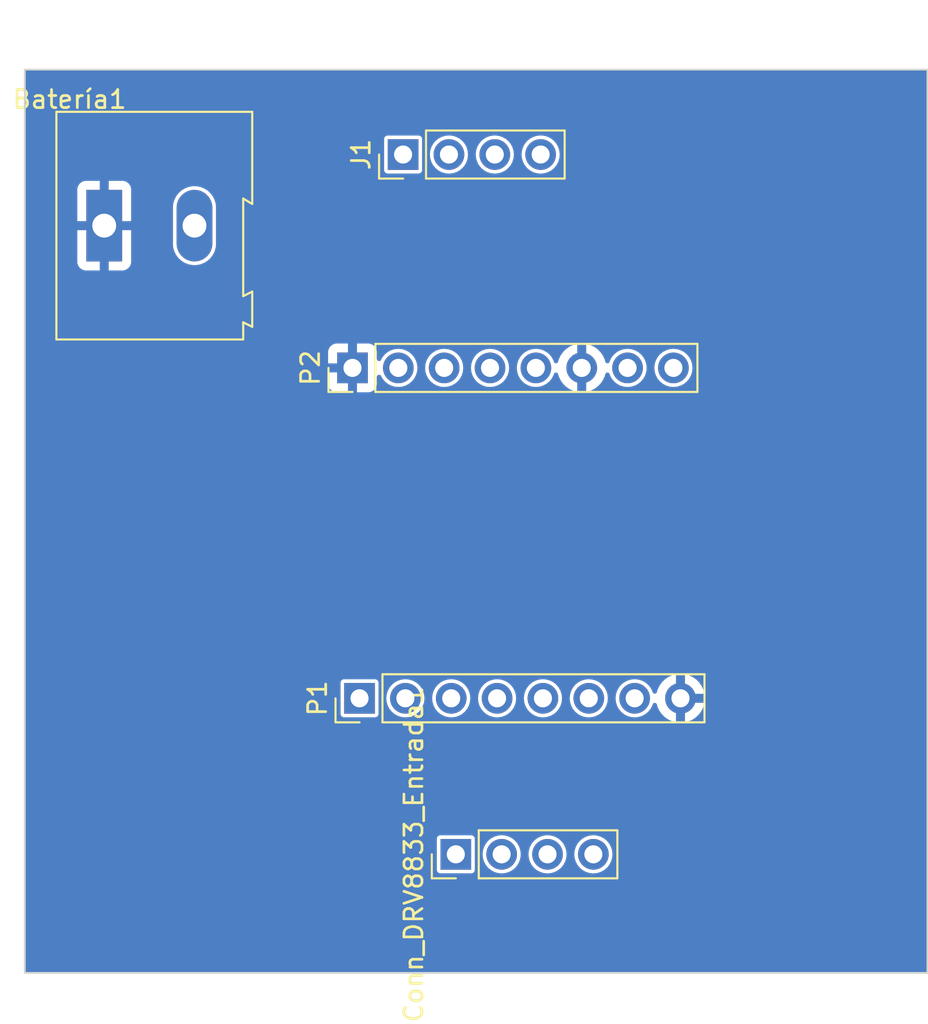
<source format=kicad_pcb>
(kicad_pcb (version 20221018) (generator pcbnew)
  (layers (0 "F.Cu" signal) (31 "B.Cu" signal) (34 "B.Paste" user) (35 "F.Paste" user) (36 "B.SilkS" user "B.Silkscreen") (37 "F.SilkS" user "F.Silkscreen") (38 "B.Mask" user) (39 "F.Mask" user) (44 "Edge.Cuts" user))
  (net 0 "")
  (net 1 "/GND")
  (net 2 "/VCC")
  (net 3 "/AIN1")
  (net 4 "/AIN2")
  (net 5 "/BIN1")
  (net 6 "/BIN2")
  (net 8 "/STBY")
  (net 9 "/BO1")
  (net 10 "/BO2")
  (net 11 "/AO2")
  (net 12 "/AO1")
  (footprint "TerminalBlock:TerminalBlock_Altech_AK300-2_P5.00mm" (layer "F.Cu") (at 188.04 58.166)
    (fp_text reference "Batería1" (at -1.92 -6.99) (layer "F.SilkS"))
    (fp_text value "Screw_Terminal_01x02")
    (fp_line (start -2.65 -6.3) (end -2.65 6.3) (stroke (width 0.12)) (layer "F.SilkS"))
    (fp_line (start -2.65 6.3) (end 7.7 6.3) (stroke (width 0.12)) (layer "F.SilkS"))
    (fp_line (start 7.7 -1.5) (end 8.2 -1.2) (stroke (width 0.12)) (layer "F.SilkS"))
    (fp_line (start 7.7 3.9) (end 7.7 -1.5) (stroke (width 0.12)) (layer "F.SilkS"))
    (fp_line (start 7.7 5.35) (end 8.2 5.6) (stroke (width 0.12)) (layer "F.SilkS"))
    (fp_line (start 7.7 6.3) (end 7.7 5.35) (stroke (width 0.12)) (layer "F.SilkS"))
    (fp_line (start 8.2 -6.3) (end -2.65 -6.3) (stroke (width 0.12)) (layer "F.SilkS"))
    (fp_line (start 8.2 -1.2) (end 8.2 -6.3) (stroke (width 0.12)) (layer "F.SilkS"))
    (fp_line (start 8.2 3.65) (end 7.7 3.9) (stroke (width 0.12)) (layer "F.SilkS"))
    (fp_line (start 8.2 3.7) (end 8.2 3.65) (stroke (width 0.12)) (layer "F.SilkS"))
    (fp_line (start 8.2 5.6) (end 8.2 3.7) (stroke (width 0.12)) (layer "F.SilkS"))
    (pad "1" thru_hole rect (at 0 0) (size 1.98 3.96) (drill 1.32) (layers "*.Cu" "*.Mask") (net 1 "/GND"))
    (pad "2" thru_hole oval (at 5 0) (size 1.98 3.96) (drill 1.32) (layers "*.Cu" "*.Mask") (net 2 "/VCC"))
  )
  (footprint "Connector_PinHeader_2.54mm:PinHeader_1x08_P2.54mm_Vertical" (layer "F.Cu") (at 202.184 84.328 90)
    (fp_text reference "P1" (at 0 -2.33 90) (layer "F.SilkS"))
    (fp_text value "Conn_DRV8833_1")
    (fp_line (start -1.33 -1.33) (end 0 -1.33) (stroke (width 0.12)) (layer "F.SilkS"))
    (fp_line (start -1.33 0) (end -1.33 -1.33) (stroke (width 0.12)) (layer "F.SilkS"))
    (fp_line (start -1.33 1.27) (end -1.33 19.11) (stroke (width 0.12)) (layer "F.SilkS"))
    (fp_line (start -1.33 1.27) (end 1.33 1.27) (stroke (width 0.12)) (layer "F.SilkS"))
    (fp_line (start -1.33 19.11) (end 1.33 19.11) (stroke (width 0.12)) (layer "F.SilkS"))
    (fp_line (start 1.33 1.27) (end 1.33 19.11) (stroke (width 0.12)) (layer "F.SilkS"))
    (pad "1" thru_hole rect (at 0 0 90) (size 1.7 1.7) (drill 1) (layers "*.Cu" "*.Mask"))
    (pad "2" thru_hole oval (at 0 2.54 90) (size 1.7 1.7) (drill 1) (layers "*.Cu" "*.Mask") (net 4 "/AIN2"))
    (pad "3" thru_hole oval (at 0 5.08 90) (size 1.7 1.7) (drill 1) (layers "*.Cu" "*.Mask") (net 3 "/AIN1"))
    (pad "4" thru_hole oval (at 0 7.62 90) (size 1.7 1.7) (drill 1) (layers "*.Cu" "*.Mask") (net 8 "/STBY"))
    (pad "5" thru_hole oval (at 0 10.16 90) (size 1.7 1.7) (drill 1) (layers "*.Cu" "*.Mask") (net 5 "/BIN1"))
    (pad "6" thru_hole oval (at 0 12.7 90) (size 1.7 1.7) (drill 1) (layers "*.Cu" "*.Mask") (net 6 "/BIN2"))
    (pad "7" thru_hole oval (at 0 15.24 90) (size 1.7 1.7) (drill 1) (layers "*.Cu" "*.Mask"))
    (pad "8" thru_hole oval (at 0 17.78 90) (size 1.7 1.7) (drill 1) (layers "*.Cu" "*.Mask") (net 1 "/GND"))
  )
  (footprint "Connector_PinHeader_2.54mm:PinHeader_1x08_P2.54mm_Vertical" (layer "F.Cu") (at 201.793 66.04 90)
    (fp_text reference "P2" (at 0 -2.33 90) (layer "F.SilkS"))
    (fp_text value "Conn_DRV8833_2")
    (fp_line (start -1.33 -1.33) (end 0 -1.33) (stroke (width 0.12)) (layer "F.SilkS"))
    (fp_line (start -1.33 0) (end -1.33 -1.33) (stroke (width 0.12)) (layer "F.SilkS"))
    (fp_line (start -1.33 1.27) (end -1.33 19.11) (stroke (width 0.12)) (layer "F.SilkS"))
    (fp_line (start -1.33 1.27) (end 1.33 1.27) (stroke (width 0.12)) (layer "F.SilkS"))
    (fp_line (start -1.33 19.11) (end 1.33 19.11) (stroke (width 0.12)) (layer "F.SilkS"))
    (fp_line (start 1.33 1.27) (end 1.33 19.11) (stroke (width 0.12)) (layer "F.SilkS"))
    (pad "1" thru_hole rect (at 0 0 90) (size 1.7 1.7) (drill 1) (layers "*.Cu" "*.Mask") (net 1 "/GND"))
    (pad "2" thru_hole oval (at 0 2.54 90) (size 1.7 1.7) (drill 1) (layers "*.Cu" "*.Mask") (net 9 "/BO1"))
    (pad "3" thru_hole oval (at 0 5.08 90) (size 1.7 1.7) (drill 1) (layers "*.Cu" "*.Mask") (net 10 "/BO2"))
    (pad "4" thru_hole oval (at 0 7.62 90) (size 1.7 1.7) (drill 1) (layers "*.Cu" "*.Mask") (net 11 "/AO2"))
    (pad "5" thru_hole oval (at 0 10.16 90) (size 1.7 1.7) (drill 1) (layers "*.Cu" "*.Mask") (net 12 "/AO1"))
    (pad "6" thru_hole oval (at 0 12.7 90) (size 1.7 1.7) (drill 1) (layers "*.Cu" "*.Mask") (net 1 "/GND"))
    (pad "7" thru_hole oval (at 0 15.24 90) (size 1.7 1.7) (drill 1) (layers "*.Cu" "*.Mask"))
    (pad "8" thru_hole oval (at 0 17.78 90) (size 1.7 1.7) (drill 1) (layers "*.Cu" "*.Mask") (net 2 "/VCC"))
  )
  (footprint "Connector_PinHeader_2.54mm:PinHeader_1x04_P2.54mm_Vertical" (layer "F.Cu") (at 204.597 54.229 90)
    (fp_text reference "J1" (at 0 -2.33 90) (layer "F.SilkS"))
    (fp_text value "Screw_Terminal_01x04")
    (fp_line (start -1.33 -1.33) (end 0 -1.33) (stroke (width 0.12)) (layer "F.SilkS"))
    (fp_line (start -1.33 0) (end -1.33 -1.33) (stroke (width 0.12)) (layer "F.SilkS"))
    (fp_line (start -1.33 1.27) (end -1.33 8.95) (stroke (width 0.12)) (layer "F.SilkS"))
    (fp_line (start -1.33 1.27) (end 1.33 1.27) (stroke (width 0.12)) (layer "F.SilkS"))
    (fp_line (start -1.33 8.95) (end 1.33 8.95) (stroke (width 0.12)) (layer "F.SilkS"))
    (fp_line (start 1.33 1.27) (end 1.33 8.95) (stroke (width 0.12)) (layer "F.SilkS"))
    (pad "1" thru_hole rect (at 0 0 90) (size 1.7 1.7) (drill 1) (layers "*.Cu" "*.Mask") (net 10 "/BO2"))
    (pad "2" thru_hole oval (at 0 2.54 90) (size 1.7 1.7) (drill 1) (layers "*.Cu" "*.Mask") (net 9 "/BO1"))
    (pad "3" thru_hole oval (at 0 5.08 90) (size 1.7 1.7) (drill 1) (layers "*.Cu" "*.Mask") (net 11 "/AO2"))
    (pad "4" thru_hole oval (at 0 7.62 90) (size 1.7 1.7) (drill 1) (layers "*.Cu" "*.Mask") (net 12 "/AO1"))
  )
  (footprint "Connector_PinHeader_2.54mm:PinHeader_1x04_P2.54mm_Vertical" (layer "F.Cu") (at 207.518 92.964 90)
    (fp_text reference "Conn_DRV8833_Entrada1" (at 0 -2.33 90) (layer "F.SilkS"))
    (fp_text value "P3")
    (fp_line (start -1.33 -1.33) (end 0 -1.33) (stroke (width 0.12)) (layer "F.SilkS"))
    (fp_line (start -1.33 0) (end -1.33 -1.33) (stroke (width 0.12)) (layer "F.SilkS"))
    (fp_line (start -1.33 1.27) (end -1.33 8.95) (stroke (width 0.12)) (layer "F.SilkS"))
    (fp_line (start -1.33 1.27) (end 1.33 1.27) (stroke (width 0.12)) (layer "F.SilkS"))
    (fp_line (start -1.33 8.95) (end 1.33 8.95) (stroke (width 0.12)) (layer "F.SilkS"))
    (fp_line (start 1.33 1.27) (end 1.33 8.95) (stroke (width 0.12)) (layer "F.SilkS"))
    (pad "1" thru_hole rect (at 0 0 90) (size 1.7 1.7) (drill 1) (layers "*.Cu" "*.Mask") (net 3 "/AIN1"))
    (pad "2" thru_hole oval (at 0 2.54 90) (size 1.7 1.7) (drill 1) (layers "*.Cu" "*.Mask") (net 4 "/AIN2"))
    (pad "3" thru_hole oval (at 0 5.08 90) (size 1.7 1.7) (drill 1) (layers "*.Cu" "*.Mask") (net 5 "/BIN1"))
    (pad "4" thru_hole oval (at 0 7.62 90) (size 1.7 1.7) (drill 1) (layers "*.Cu" "*.Mask") (net 6 "/BIN2"))
  )
  (gr_rect (start 183.642 49.53) (end 233.642 99.53) (stroke (width 0.1)) (fill none) (layer "Edge.Cuts"))
  (zone (net 1) (net_name "/GND") (layer "B.Cu") (name "GND") (connect_pads (clearance 0)) (min_thickness 0.25) (fill yes (thermal_gap 0.5) (thermal_bridge_width 0.5))
    (polygon (pts (xy 233.68 49.53) (xy 183.642 49.53) (xy 183.642 99.568) (xy 233.68 99.568)))
  )
)
</source>
